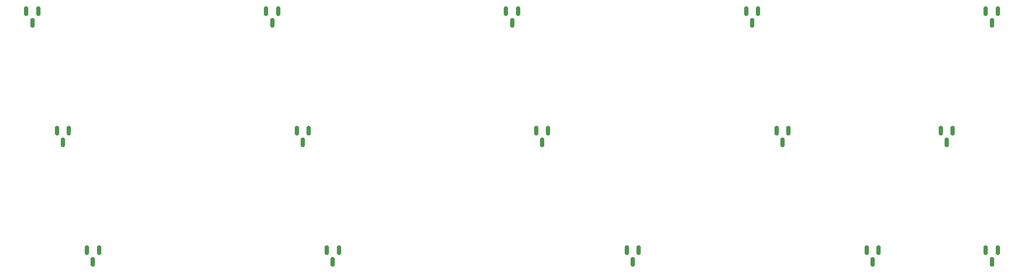
<source format=gbr>
%TF.GenerationSoftware,KiCad,Pcbnew,7.0.7*%
%TF.CreationDate,2023-09-01T12:35:23+10:00*%
%TF.ProjectId,qaz,71617a2e-6b69-4636-9164-5f7063625858,rev?*%
%TF.SameCoordinates,Original*%
%TF.FileFunction,Paste,Bot*%
%TF.FilePolarity,Positive*%
%FSLAX46Y46*%
G04 Gerber Fmt 4.6, Leading zero omitted, Abs format (unit mm)*
G04 Created by KiCad (PCBNEW 7.0.7) date 2023-09-01 12:35:23*
%MOMM*%
%LPD*%
G01*
G04 APERTURE LIST*
G04 Aperture macros list*
%AMRoundRect*
0 Rectangle with rounded corners*
0 $1 Rounding radius*
0 $2 $3 $4 $5 $6 $7 $8 $9 X,Y pos of 4 corners*
0 Add a 4 corners polygon primitive as box body*
4,1,4,$2,$3,$4,$5,$6,$7,$8,$9,$2,$3,0*
0 Add four circle primitives for the rounded corners*
1,1,$1+$1,$2,$3*
1,1,$1+$1,$4,$5*
1,1,$1+$1,$6,$7*
1,1,$1+$1,$8,$9*
0 Add four rect primitives between the rounded corners*
20,1,$1+$1,$2,$3,$4,$5,0*
20,1,$1+$1,$4,$5,$6,$7,0*
20,1,$1+$1,$6,$7,$8,$9,0*
20,1,$1+$1,$8,$9,$2,$3,0*%
G04 Aperture macros list end*
%ADD10RoundRect,0.150000X-0.150000X0.587500X-0.150000X-0.587500X0.150000X-0.587500X0.150000X0.587500X0*%
G04 APERTURE END LIST*
D10*
%TO.C,D15*%
X195446591Y-72032994D03*
X197346591Y-72032994D03*
X196396591Y-73907994D03*
%TD*%
%TO.C,D12*%
X90785385Y-72032994D03*
X92685385Y-72032994D03*
X91735385Y-73907994D03*
%TD*%
%TO.C,D2*%
X81146303Y-33932898D03*
X83046303Y-33932898D03*
X82096303Y-35807898D03*
%TD*%
%TO.C,D3*%
X119246399Y-33932898D03*
X121146399Y-33932898D03*
X120196399Y-35807898D03*
%TD*%
%TO.C,D1*%
X43046207Y-33932898D03*
X44946207Y-33932898D03*
X43996207Y-35807898D03*
%TD*%
%TO.C,D11*%
X52685289Y-72032994D03*
X54585289Y-72032994D03*
X53635289Y-73907994D03*
%TD*%
%TO.C,D13*%
X138410505Y-72032994D03*
X140310505Y-72032994D03*
X139360505Y-73907994D03*
%TD*%
%TO.C,D8*%
X124008911Y-52982946D03*
X125908911Y-52982946D03*
X124958911Y-54857946D03*
%TD*%
%TO.C,D14*%
X176510601Y-72032994D03*
X178410601Y-72032994D03*
X177460601Y-73907994D03*
%TD*%
%TO.C,D10*%
X188302823Y-52982946D03*
X190202823Y-52982946D03*
X189252823Y-54857946D03*
%TD*%
%TO.C,D4*%
X157403524Y-33932898D03*
X159303524Y-33932898D03*
X158353524Y-35807898D03*
%TD*%
%TO.C,D9*%
X162223065Y-52982946D03*
X164123065Y-52982946D03*
X163173065Y-54857946D03*
%TD*%
%TO.C,D5*%
X195446591Y-33932898D03*
X197346591Y-33932898D03*
X196396591Y-35807898D03*
%TD*%
%TO.C,D6*%
X47922777Y-52982946D03*
X49822777Y-52982946D03*
X48872777Y-54857946D03*
%TD*%
%TO.C,D7*%
X86022873Y-52982946D03*
X87922873Y-52982946D03*
X86972873Y-54857946D03*
%TD*%
M02*

</source>
